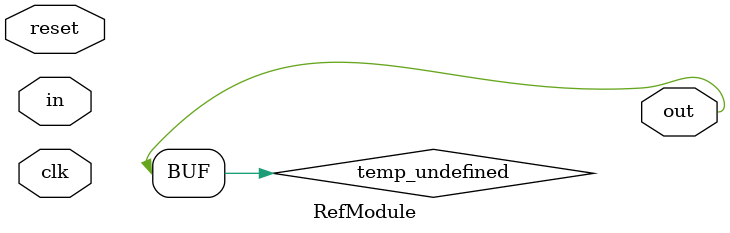
<source format=sv>

module RefModule (
  input clk,
  input in,
  input reset,
  output out
);

  parameter A=0, B=1;
  reg state;
  reg next;

    always @(*) begin
    case (state)
      A: next = in ? A : B;
      B: next = in ? B : A;
    endcase
    end

    always @(posedge clk) begin
    if (reset) state <= B;
        else state <= next;
  end

  assign out = temp_undefined;

endmodule


</source>
